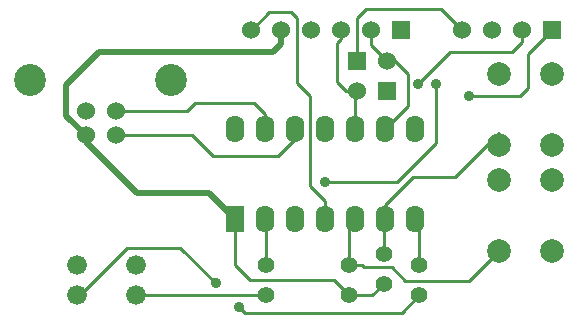
<source format=gtl>
G04 (created by PCBNEW (2013-07-07 BZR 4022)-stable) date 07/09/2014 13:51:04*
%MOIN*%
G04 Gerber Fmt 3.4, Leading zero omitted, Abs format*
%FSLAX34Y34*%
G01*
G70*
G90*
G04 APERTURE LIST*
%ADD10C,0.00590551*%
%ADD11R,0.06X0.06*%
%ADD12C,0.06*%
%ADD13C,0.1063*%
%ADD14C,0.0787402*%
%ADD15C,0.055*%
%ADD16C,0.066*%
%ADD17R,0.062X0.09*%
%ADD18O,0.062X0.09*%
%ADD19C,0.035*%
%ADD20C,0.01*%
%ADD21C,0.02*%
G04 APERTURE END LIST*
G54D10*
G54D11*
X56476Y-22362D03*
G54D12*
X53476Y-22362D03*
X55476Y-22362D03*
X52476Y-22362D03*
X54476Y-22362D03*
X51476Y-22362D03*
X45956Y-25865D03*
X46956Y-25865D03*
X46956Y-25078D03*
X45956Y-25078D03*
G54D13*
X44094Y-24015D03*
X48818Y-24015D03*
G54D14*
X59744Y-29724D03*
X59744Y-27362D03*
X61515Y-29724D03*
X61515Y-27362D03*
X59744Y-26181D03*
X59744Y-23818D03*
X61515Y-26181D03*
X61515Y-23818D03*
G54D15*
X54724Y-30208D03*
X54724Y-31208D03*
X55905Y-30814D03*
X55905Y-29814D03*
X57086Y-30208D03*
X57086Y-31208D03*
X51968Y-30208D03*
X51968Y-31208D03*
G54D11*
X61500Y-22362D03*
G54D12*
X60500Y-22362D03*
X59500Y-22362D03*
X58500Y-22362D03*
G54D11*
X55000Y-23400D03*
G54D12*
X56000Y-23400D03*
G54D11*
X56000Y-24400D03*
G54D12*
X55000Y-24400D03*
G54D16*
X45669Y-31208D03*
X45669Y-30208D03*
X47637Y-31208D03*
X47637Y-30208D03*
G54D17*
X50937Y-28665D03*
G54D18*
X51937Y-28665D03*
X52937Y-28665D03*
X53937Y-28665D03*
X54937Y-28665D03*
X55937Y-28665D03*
X56937Y-28665D03*
X56937Y-25665D03*
X55937Y-25665D03*
X54937Y-25665D03*
X53937Y-25665D03*
X52937Y-25665D03*
X51937Y-25665D03*
X50937Y-25665D03*
G54D19*
X58740Y-24566D03*
X53937Y-27440D03*
X57637Y-24173D03*
X57047Y-24173D03*
X51082Y-31594D03*
X50295Y-30807D03*
G54D20*
X54724Y-30208D02*
X55178Y-30208D01*
X58748Y-30720D02*
X59744Y-29724D01*
X56610Y-30720D02*
X58748Y-30720D01*
X56170Y-30280D02*
X56610Y-30720D01*
X55250Y-30280D02*
X56170Y-30280D01*
X55178Y-30208D02*
X55250Y-30280D01*
X54724Y-30208D02*
X54724Y-28877D01*
X54724Y-28877D02*
X54937Y-28665D01*
X55937Y-28665D02*
X55937Y-28192D01*
X58261Y-27270D02*
X59744Y-25787D01*
X56860Y-27270D02*
X58261Y-27270D01*
X55937Y-28192D02*
X56860Y-27270D01*
X55905Y-29814D02*
X55905Y-28696D01*
X55905Y-28696D02*
X55937Y-28665D01*
X60708Y-23153D02*
X61500Y-22362D01*
X60708Y-24291D02*
X60708Y-23153D01*
X60433Y-24566D02*
X60708Y-24291D01*
X58740Y-24566D02*
X60433Y-24566D01*
X46956Y-25078D02*
X49330Y-25078D01*
X51937Y-25165D02*
X51937Y-25665D01*
X51574Y-24803D02*
X51937Y-25165D01*
X49606Y-24803D02*
X51574Y-24803D01*
X49330Y-25078D02*
X49606Y-24803D01*
X46956Y-25865D02*
X49487Y-25865D01*
X52937Y-26000D02*
X52937Y-25665D01*
X52362Y-26574D02*
X52937Y-26000D01*
X50196Y-26574D02*
X52362Y-26574D01*
X49487Y-25865D02*
X50196Y-26574D01*
X55476Y-22362D02*
X55476Y-22876D01*
X55476Y-22876D02*
X56000Y-23400D01*
X55937Y-25665D02*
X55937Y-25657D01*
X56274Y-23400D02*
X56000Y-23400D01*
X56692Y-23818D02*
X56274Y-23400D01*
X56692Y-24901D02*
X56692Y-23818D01*
X55937Y-25657D02*
X56692Y-24901D01*
X54476Y-22362D02*
X54476Y-22649D01*
X54636Y-24400D02*
X55000Y-24400D01*
X54330Y-24094D02*
X54636Y-24400D01*
X54330Y-22795D02*
X54330Y-24094D01*
X54476Y-22649D02*
X54330Y-22795D01*
X54937Y-25665D02*
X54937Y-24462D01*
X54937Y-24462D02*
X55000Y-24400D01*
X51968Y-30208D02*
X51968Y-28696D01*
X51968Y-28696D02*
X51937Y-28665D01*
X57086Y-30208D02*
X57086Y-28814D01*
X57086Y-28814D02*
X56937Y-28665D01*
X55000Y-23400D02*
X55000Y-21968D01*
X57791Y-21653D02*
X58500Y-22362D01*
X55314Y-21653D02*
X57791Y-21653D01*
X55000Y-21968D02*
X55314Y-21653D01*
X56338Y-27440D02*
X53937Y-27440D01*
X57637Y-26141D02*
X56338Y-27440D01*
X57637Y-24173D02*
X57637Y-26141D01*
X60500Y-22767D02*
X60500Y-22362D01*
X60157Y-23110D02*
X60500Y-22767D01*
X58110Y-23110D02*
X60157Y-23110D01*
X57047Y-24173D02*
X58110Y-23110D01*
X51476Y-22362D02*
X51496Y-22362D01*
X53937Y-28070D02*
X53937Y-28665D01*
X53425Y-27559D02*
X53937Y-28070D01*
X53425Y-24566D02*
X53425Y-27559D01*
X52992Y-24133D02*
X53425Y-24566D01*
X52992Y-21968D02*
X52992Y-24133D01*
X52795Y-21771D02*
X52992Y-21968D01*
X52086Y-21771D02*
X52795Y-21771D01*
X51496Y-22362D02*
X52086Y-21771D01*
X47637Y-31208D02*
X51968Y-31208D01*
X45669Y-31208D02*
X45759Y-31208D01*
X56503Y-31791D02*
X57086Y-31208D01*
X51279Y-31791D02*
X56503Y-31791D01*
X51082Y-31594D02*
X51279Y-31791D01*
X49114Y-29625D02*
X50295Y-30807D01*
X47342Y-29625D02*
X49114Y-29625D01*
X45759Y-31208D02*
X47342Y-29625D01*
G54D21*
X52476Y-22362D02*
X52476Y-22838D01*
X45314Y-25224D02*
X45956Y-25865D01*
X45314Y-24212D02*
X45314Y-25224D01*
X46417Y-23110D02*
X45314Y-24212D01*
X52204Y-23110D02*
X46417Y-23110D01*
X52476Y-22838D02*
X52204Y-23110D01*
G54D20*
X54724Y-31208D02*
X55511Y-31208D01*
X55511Y-31208D02*
X55905Y-30814D01*
X50937Y-28665D02*
X50937Y-30207D01*
X54225Y-30710D02*
X54724Y-31208D01*
X51440Y-30710D02*
X54225Y-30710D01*
X50937Y-30207D02*
X51440Y-30710D01*
G54D21*
X45956Y-25865D02*
X45956Y-26096D01*
X50071Y-27800D02*
X50937Y-28665D01*
X47660Y-27800D02*
X50071Y-27800D01*
X45956Y-26096D02*
X47660Y-27800D01*
M02*

</source>
